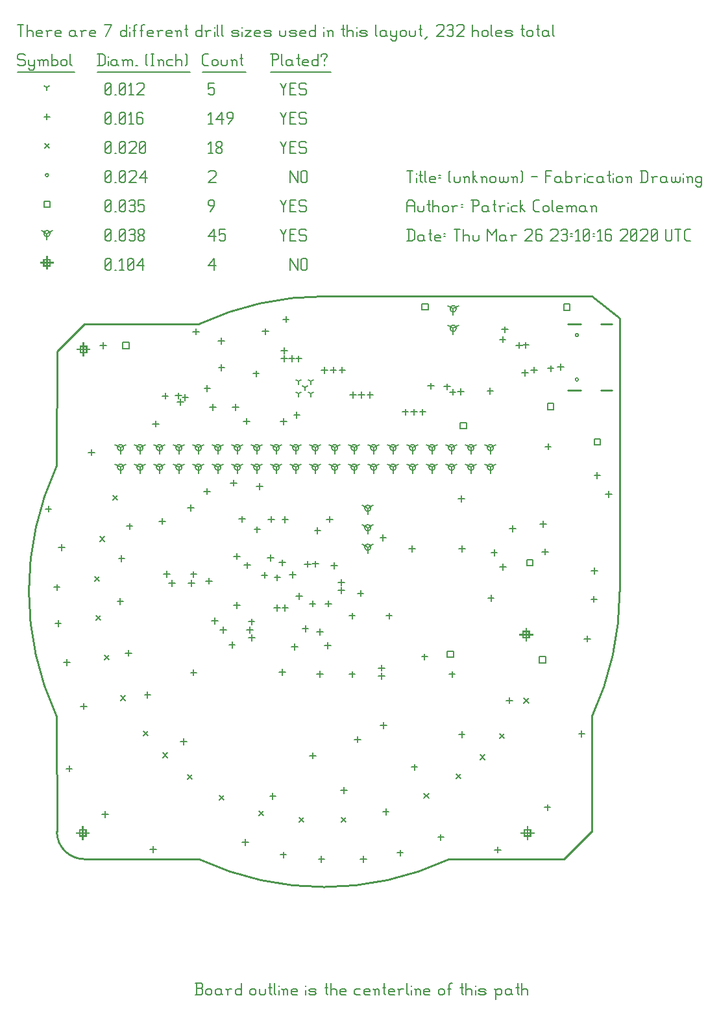
<source format=gbr>
G04 start of page 13 for group -3984 idx -3984 *
G04 Title: (unknown), fab *
G04 Creator: pcb 4.2.0 *
G04 CreationDate: Thu Mar 26 23:10:16 2020 UTC *
G04 For: blinken *
G04 Format: Gerber/RS-274X *
G04 PCB-Dimensions (mm): 90.16 90.16 *
G04 PCB-Coordinate-Origin: lower left *
%MOMM*%
%FSLAX43Y43*%
%LNFAB*%
%ADD100C,0.254*%
%ADD99C,0.191*%
%ADD98C,0.152*%
%ADD97R,0.203X0.203*%
G54D97*X8500Y19473D02*Y17847D01*
X7687Y18660D02*X9313D01*
X8094Y19066D02*X8906D01*
X8094D02*Y18254D01*
X8906D01*
Y19066D02*Y18254D01*
X66500Y19473D02*Y17847D01*
X65687Y18660D02*X67313D01*
X66094Y19066D02*X66906D01*
X66094D02*Y18254D01*
X66906D01*
Y19066D02*Y18254D01*
X66340Y45333D02*Y43707D01*
X65527Y44520D02*X67153D01*
X65934Y44926D02*X66746D01*
X65934D02*Y44114D01*
X66746D01*
Y44926D02*Y44114D01*
X8579Y82516D02*Y80890D01*
X7766Y81703D02*X9391D01*
X8172Y82110D02*X8985D01*
X8172D02*Y81297D01*
X8985D01*
Y82110D02*Y81297D01*
X3810Y93830D02*Y92205D01*
X2997Y93018D02*X4623D01*
X3404Y93424D02*X4216D01*
X3404D02*Y92611D01*
X4216D01*
Y93424D02*Y92611D01*
G54D98*X35560Y93589D02*Y92065D01*
Y93589D02*X36512Y92065D01*
Y93589D02*Y92065D01*
X36970Y93399D02*Y92256D01*
Y93399D02*X37160Y93589D01*
X37541D01*
X37732Y93399D01*
Y92256D01*
X37541Y92065D02*X37732Y92256D01*
X37160Y92065D02*X37541D01*
X36970Y92256D02*X37160Y92065D01*
X24892Y92637D02*X25654Y93589D01*
X24892Y92637D02*X25844D01*
X25654Y93589D02*Y92065D01*
X11430Y92256D02*X11620Y92065D01*
X11430Y93399D02*Y92256D01*
Y93399D02*X11620Y93589D01*
X12002D01*
X12192Y93399D01*
Y92256D01*
X12002Y92065D02*X12192Y92256D01*
X11620Y92065D02*X12002D01*
X11430Y92446D02*X12192Y93208D01*
X12649Y92065D02*X12840D01*
X13297Y93284D02*X13602Y93589D01*
Y92065D01*
X13297D02*X13868D01*
X14326Y92256D02*X14516Y92065D01*
X14326Y93399D02*Y92256D01*
Y93399D02*X14516Y93589D01*
X14897D01*
X15088Y93399D01*
Y92256D01*
X14897Y92065D02*X15088Y92256D01*
X14516Y92065D02*X14897D01*
X14326Y92446D02*X15088Y93208D01*
X15545Y92637D02*X16307Y93589D01*
X15545Y92637D02*X16497D01*
X16307Y93589D02*Y92065D01*
X13410Y66370D02*Y65557D01*
Y66370D02*X14114Y66776D01*
X13410Y66370D02*X12706Y66776D01*
X13004Y66370D02*G75*G03X13816Y66370I406J0D01*G01*
G75*G03X13004Y66370I-406J0D01*G01*
X13410Y68910D02*Y68097D01*
Y68910D02*X14114Y69316D01*
X13410Y68910D02*X12706Y69316D01*
X13004Y68910D02*G75*G03X13816Y68910I406J0D01*G01*
G75*G03X13004Y68910I-406J0D01*G01*
X15950Y66370D02*Y65557D01*
Y66370D02*X16654Y66776D01*
X15950Y66370D02*X15246Y66776D01*
X15544Y66370D02*G75*G03X16356Y66370I406J0D01*G01*
G75*G03X15544Y66370I-406J0D01*G01*
X15950Y68910D02*Y68097D01*
Y68910D02*X16654Y69316D01*
X15950Y68910D02*X15246Y69316D01*
X15544Y68910D02*G75*G03X16356Y68910I406J0D01*G01*
G75*G03X15544Y68910I-406J0D01*G01*
X18490Y66370D02*Y65557D01*
Y66370D02*X19194Y66776D01*
X18490Y66370D02*X17786Y66776D01*
X18084Y66370D02*G75*G03X18896Y66370I406J0D01*G01*
G75*G03X18084Y66370I-406J0D01*G01*
X18490Y68910D02*Y68097D01*
Y68910D02*X19194Y69316D01*
X18490Y68910D02*X17786Y69316D01*
X18084Y68910D02*G75*G03X18896Y68910I406J0D01*G01*
G75*G03X18084Y68910I-406J0D01*G01*
X21030Y66370D02*Y65557D01*
Y66370D02*X21734Y66776D01*
X21030Y66370D02*X20326Y66776D01*
X20624Y66370D02*G75*G03X21436Y66370I406J0D01*G01*
G75*G03X20624Y66370I-406J0D01*G01*
X21030Y68910D02*Y68097D01*
Y68910D02*X21734Y69316D01*
X21030Y68910D02*X20326Y69316D01*
X20624Y68910D02*G75*G03X21436Y68910I406J0D01*G01*
G75*G03X20624Y68910I-406J0D01*G01*
X23570Y66370D02*Y65557D01*
Y66370D02*X24274Y66776D01*
X23570Y66370D02*X22866Y66776D01*
X23164Y66370D02*G75*G03X23976Y66370I406J0D01*G01*
G75*G03X23164Y66370I-406J0D01*G01*
X23570Y68910D02*Y68097D01*
Y68910D02*X24274Y69316D01*
X23570Y68910D02*X22866Y69316D01*
X23164Y68910D02*G75*G03X23976Y68910I406J0D01*G01*
G75*G03X23164Y68910I-406J0D01*G01*
X26110Y66370D02*Y65557D01*
Y66370D02*X26814Y66776D01*
X26110Y66370D02*X25406Y66776D01*
X25704Y66370D02*G75*G03X26516Y66370I406J0D01*G01*
G75*G03X25704Y66370I-406J0D01*G01*
X26110Y68910D02*Y68097D01*
Y68910D02*X26814Y69316D01*
X26110Y68910D02*X25406Y69316D01*
X25704Y68910D02*G75*G03X26516Y68910I406J0D01*G01*
G75*G03X25704Y68910I-406J0D01*G01*
X28650Y66370D02*Y65557D01*
Y66370D02*X29354Y66776D01*
X28650Y66370D02*X27946Y66776D01*
X28244Y66370D02*G75*G03X29056Y66370I406J0D01*G01*
G75*G03X28244Y66370I-406J0D01*G01*
X28650Y68910D02*Y68097D01*
Y68910D02*X29354Y69316D01*
X28650Y68910D02*X27946Y69316D01*
X28244Y68910D02*G75*G03X29056Y68910I406J0D01*G01*
G75*G03X28244Y68910I-406J0D01*G01*
X31190Y66370D02*Y65557D01*
Y66370D02*X31894Y66776D01*
X31190Y66370D02*X30486Y66776D01*
X30784Y66370D02*G75*G03X31596Y66370I406J0D01*G01*
G75*G03X30784Y66370I-406J0D01*G01*
X31190Y68910D02*Y68097D01*
Y68910D02*X31894Y69316D01*
X31190Y68910D02*X30486Y69316D01*
X30784Y68910D02*G75*G03X31596Y68910I406J0D01*G01*
G75*G03X30784Y68910I-406J0D01*G01*
X33730Y66370D02*Y65557D01*
Y66370D02*X34434Y66776D01*
X33730Y66370D02*X33026Y66776D01*
X33324Y66370D02*G75*G03X34136Y66370I406J0D01*G01*
G75*G03X33324Y66370I-406J0D01*G01*
X33730Y68910D02*Y68097D01*
Y68910D02*X34434Y69316D01*
X33730Y68910D02*X33026Y69316D01*
X33324Y68910D02*G75*G03X34136Y68910I406J0D01*G01*
G75*G03X33324Y68910I-406J0D01*G01*
X36270Y66370D02*Y65557D01*
Y66370D02*X36974Y66776D01*
X36270Y66370D02*X35566Y66776D01*
X35864Y66370D02*G75*G03X36676Y66370I406J0D01*G01*
G75*G03X35864Y66370I-406J0D01*G01*
X36270Y68910D02*Y68097D01*
Y68910D02*X36974Y69316D01*
X36270Y68910D02*X35566Y69316D01*
X35864Y68910D02*G75*G03X36676Y68910I406J0D01*G01*
G75*G03X35864Y68910I-406J0D01*G01*
X38810Y66370D02*Y65557D01*
Y66370D02*X39514Y66776D01*
X38810Y66370D02*X38106Y66776D01*
X38404Y66370D02*G75*G03X39216Y66370I406J0D01*G01*
G75*G03X38404Y66370I-406J0D01*G01*
X38810Y68910D02*Y68097D01*
Y68910D02*X39514Y69316D01*
X38810Y68910D02*X38106Y69316D01*
X38404Y68910D02*G75*G03X39216Y68910I406J0D01*G01*
G75*G03X38404Y68910I-406J0D01*G01*
X41350Y66370D02*Y65557D01*
Y66370D02*X42054Y66776D01*
X41350Y66370D02*X40646Y66776D01*
X40944Y66370D02*G75*G03X41756Y66370I406J0D01*G01*
G75*G03X40944Y66370I-406J0D01*G01*
X41350Y68910D02*Y68097D01*
Y68910D02*X42054Y69316D01*
X41350Y68910D02*X40646Y69316D01*
X40944Y68910D02*G75*G03X41756Y68910I406J0D01*G01*
G75*G03X40944Y68910I-406J0D01*G01*
X43890Y66370D02*Y65557D01*
Y66370D02*X44594Y66776D01*
X43890Y66370D02*X43186Y66776D01*
X43484Y66370D02*G75*G03X44296Y66370I406J0D01*G01*
G75*G03X43484Y66370I-406J0D01*G01*
X43890Y68910D02*Y68097D01*
Y68910D02*X44594Y69316D01*
X43890Y68910D02*X43186Y69316D01*
X43484Y68910D02*G75*G03X44296Y68910I406J0D01*G01*
G75*G03X43484Y68910I-406J0D01*G01*
X46430Y66370D02*Y65557D01*
Y66370D02*X47134Y66776D01*
X46430Y66370D02*X45726Y66776D01*
X46024Y66370D02*G75*G03X46836Y66370I406J0D01*G01*
G75*G03X46024Y66370I-406J0D01*G01*
X46430Y68910D02*Y68097D01*
Y68910D02*X47134Y69316D01*
X46430Y68910D02*X45726Y69316D01*
X46024Y68910D02*G75*G03X46836Y68910I406J0D01*G01*
G75*G03X46024Y68910I-406J0D01*G01*
X48970Y66370D02*Y65557D01*
Y66370D02*X49674Y66776D01*
X48970Y66370D02*X48266Y66776D01*
X48564Y66370D02*G75*G03X49376Y66370I406J0D01*G01*
G75*G03X48564Y66370I-406J0D01*G01*
X48970Y68910D02*Y68097D01*
Y68910D02*X49674Y69316D01*
X48970Y68910D02*X48266Y69316D01*
X48564Y68910D02*G75*G03X49376Y68910I406J0D01*G01*
G75*G03X48564Y68910I-406J0D01*G01*
X51510Y66370D02*Y65557D01*
Y66370D02*X52214Y66776D01*
X51510Y66370D02*X50806Y66776D01*
X51104Y66370D02*G75*G03X51916Y66370I406J0D01*G01*
G75*G03X51104Y66370I-406J0D01*G01*
X51510Y68910D02*Y68097D01*
Y68910D02*X52214Y69316D01*
X51510Y68910D02*X50806Y69316D01*
X51104Y68910D02*G75*G03X51916Y68910I406J0D01*G01*
G75*G03X51104Y68910I-406J0D01*G01*
X54050Y66370D02*Y65557D01*
Y66370D02*X54754Y66776D01*
X54050Y66370D02*X53346Y66776D01*
X53644Y66370D02*G75*G03X54456Y66370I406J0D01*G01*
G75*G03X53644Y66370I-406J0D01*G01*
X54050Y68910D02*Y68097D01*
Y68910D02*X54754Y69316D01*
X54050Y68910D02*X53346Y69316D01*
X53644Y68910D02*G75*G03X54456Y68910I406J0D01*G01*
G75*G03X53644Y68910I-406J0D01*G01*
X56590Y66370D02*Y65557D01*
Y66370D02*X57294Y66776D01*
X56590Y66370D02*X55886Y66776D01*
X56184Y66370D02*G75*G03X56996Y66370I406J0D01*G01*
G75*G03X56184Y66370I-406J0D01*G01*
X56590Y68910D02*Y68097D01*
Y68910D02*X57294Y69316D01*
X56590Y68910D02*X55886Y69316D01*
X56184Y68910D02*G75*G03X56996Y68910I406J0D01*G01*
G75*G03X56184Y68910I-406J0D01*G01*
X59130Y66370D02*Y65557D01*
Y66370D02*X59834Y66776D01*
X59130Y66370D02*X58426Y66776D01*
X58724Y66370D02*G75*G03X59536Y66370I406J0D01*G01*
G75*G03X58724Y66370I-406J0D01*G01*
X59130Y68910D02*Y68097D01*
Y68910D02*X59834Y69316D01*
X59130Y68910D02*X58426Y69316D01*
X58724Y68910D02*G75*G03X59536Y68910I406J0D01*G01*
G75*G03X58724Y68910I-406J0D01*G01*
X61670Y66370D02*Y65557D01*
Y66370D02*X62374Y66776D01*
X61670Y66370D02*X60966Y66776D01*
X61264Y66370D02*G75*G03X62076Y66370I406J0D01*G01*
G75*G03X61264Y66370I-406J0D01*G01*
X61670Y68910D02*Y68097D01*
Y68910D02*X62374Y69316D01*
X61670Y68910D02*X60966Y69316D01*
X61264Y68910D02*G75*G03X62076Y68910I406J0D01*G01*
G75*G03X61264Y68910I-406J0D01*G01*
X45664Y61010D02*Y60197D01*
Y61010D02*X46368Y61416D01*
X45664Y61010D02*X44960Y61416D01*
X45258Y61010D02*G75*G03X46070Y61010I406J0D01*G01*
G75*G03X45258Y61010I-406J0D01*G01*
X45664Y58470D02*Y57657D01*
Y58470D02*X46368Y58876D01*
X45664Y58470D02*X44960Y58876D01*
X45258Y58470D02*G75*G03X46070Y58470I406J0D01*G01*
G75*G03X45258Y58470I-406J0D01*G01*
X45664Y55930D02*Y55117D01*
Y55930D02*X46368Y56336D01*
X45664Y55930D02*X44960Y56336D01*
X45258Y55930D02*G75*G03X46070Y55930I406J0D01*G01*
G75*G03X45258Y55930I-406J0D01*G01*
X56818Y87020D02*Y86207D01*
Y87020D02*X57522Y87426D01*
X56818Y87020D02*X56114Y87426D01*
X56412Y87020D02*G75*G03X57224Y87020I406J0D01*G01*
G75*G03X56412Y87020I-406J0D01*G01*
X56818Y84480D02*Y83667D01*
Y84480D02*X57522Y84886D01*
X56818Y84480D02*X56114Y84886D01*
X56412Y84480D02*G75*G03X57224Y84480I406J0D01*G01*
G75*G03X56412Y84480I-406J0D01*G01*
X3810Y96828D02*Y96015D01*
Y96828D02*X4514Y97234D01*
X3810Y96828D02*X3106Y97234D01*
X3404Y96828D02*G75*G03X4216Y96828I406J0D01*G01*
G75*G03X3404Y96828I-406J0D01*G01*
X34290Y97399D02*X34671Y96637D01*
X35052Y97399D01*
X34671Y96637D02*Y95875D01*
X35509Y96713D02*X36081D01*
X35509Y95875D02*X36271D01*
X35509Y97399D02*Y95875D01*
Y97399D02*X36271D01*
X37490D02*X37681Y97209D01*
X36919Y97399D02*X37490D01*
X36728Y97209D02*X36919Y97399D01*
X36728Y97209D02*Y96828D01*
X36919Y96637D01*
X37490D01*
X37681Y96447D01*
Y96066D01*
X37490Y95875D02*X37681Y96066D01*
X36919Y95875D02*X37490D01*
X36728Y96066D02*X36919Y95875D01*
X24892Y96447D02*X25654Y97399D01*
X24892Y96447D02*X25844D01*
X25654Y97399D02*Y95875D01*
X26302Y97399D02*X27064D01*
X26302D02*Y96637D01*
X26492Y96828D01*
X26873D01*
X27064Y96637D01*
Y96066D01*
X26873Y95875D02*X27064Y96066D01*
X26492Y95875D02*X26873D01*
X26302Y96066D02*X26492Y95875D01*
X11430Y96066D02*X11620Y95875D01*
X11430Y97209D02*Y96066D01*
Y97209D02*X11620Y97399D01*
X12002D01*
X12192Y97209D01*
Y96066D01*
X12002Y95875D02*X12192Y96066D01*
X11620Y95875D02*X12002D01*
X11430Y96256D02*X12192Y97018D01*
X12649Y95875D02*X12840D01*
X13297Y96066D02*X13487Y95875D01*
X13297Y97209D02*Y96066D01*
Y97209D02*X13487Y97399D01*
X13868D01*
X14059Y97209D01*
Y96066D01*
X13868Y95875D02*X14059Y96066D01*
X13487Y95875D02*X13868D01*
X13297Y96256D02*X14059Y97018D01*
X14516Y97209D02*X14707Y97399D01*
X15088D01*
X15278Y97209D01*
X15088Y95875D02*X15278Y96066D01*
X14707Y95875D02*X15088D01*
X14516Y96066D02*X14707Y95875D01*
Y96713D02*X15088D01*
X15278Y97209D02*Y96904D01*
Y96523D02*Y96066D01*
Y96523D02*X15088Y96713D01*
X15278Y96904D02*X15088Y96713D01*
X15735Y96066D02*X15926Y95875D01*
X15735Y96370D02*Y96066D01*
Y96370D02*X16002Y96637D01*
X16231D01*
X16497Y96370D01*
Y96066D01*
X16307Y95875D02*X16497Y96066D01*
X15926Y95875D02*X16307D01*
X15735Y96904D02*X16002Y96637D01*
X15735Y97209D02*Y96904D01*
Y97209D02*X15926Y97399D01*
X16307D01*
X16497Y97209D01*
Y96904D01*
X16231Y96637D02*X16497Y96904D01*
X75204Y70068D02*X76016D01*
X75204D02*Y69255D01*
X76016D01*
Y70068D02*Y69255D01*
X13694Y82666D02*X14506D01*
X13694D02*Y81854D01*
X14506D01*
Y82666D02*Y81854D01*
X69134Y74706D02*X69946D01*
X69134D02*Y73894D01*
X69946D01*
Y74706D02*Y73894D01*
X68064Y41676D02*X68876D01*
X68064D02*Y40864D01*
X68876D01*
Y41676D02*Y40864D01*
X52762Y87688D02*X53575D01*
X52762D02*Y86875D01*
X53575D01*
Y87688D02*Y86875D01*
X57739Y72172D02*X58552D01*
X57739D02*Y71359D01*
X58552D01*
Y72172D02*Y71359D01*
X56040Y42376D02*X56853D01*
X56040D02*Y41563D01*
X56853D01*
Y42376D02*Y41563D01*
X71248Y87638D02*X72061D01*
X71248D02*Y86825D01*
X72061D01*
Y87638D02*Y86825D01*
X66420Y54321D02*X67233D01*
X66420D02*Y53508D01*
X67233D01*
Y54321D02*Y53508D01*
X3404Y101044D02*X4216D01*
X3404D02*Y100231D01*
X4216D01*
Y101044D02*Y100231D01*
X34290Y101209D02*X34671Y100447D01*
X35052Y101209D01*
X34671Y100447D02*Y99685D01*
X35509Y100523D02*X36081D01*
X35509Y99685D02*X36271D01*
X35509Y101209D02*Y99685D01*
Y101209D02*X36271D01*
X37490D02*X37681Y101019D01*
X36919Y101209D02*X37490D01*
X36728Y101019D02*X36919Y101209D01*
X36728Y101019D02*Y100638D01*
X36919Y100447D01*
X37490D01*
X37681Y100257D01*
Y99876D01*
X37490Y99685D02*X37681Y99876D01*
X36919Y99685D02*X37490D01*
X36728Y99876D02*X36919Y99685D01*
X25082D02*X25654Y100447D01*
Y101019D02*Y100447D01*
X25464Y101209D02*X25654Y101019D01*
X25082Y101209D02*X25464D01*
X24892Y101019D02*X25082Y101209D01*
X24892Y101019D02*Y100638D01*
X25082Y100447D01*
X25654D01*
X11430Y99876D02*X11620Y99685D01*
X11430Y101019D02*Y99876D01*
Y101019D02*X11620Y101209D01*
X12002D01*
X12192Y101019D01*
Y99876D01*
X12002Y99685D02*X12192Y99876D01*
X11620Y99685D02*X12002D01*
X11430Y100066D02*X12192Y100828D01*
X12649Y99685D02*X12840D01*
X13297Y99876D02*X13487Y99685D01*
X13297Y101019D02*Y99876D01*
Y101019D02*X13487Y101209D01*
X13868D01*
X14059Y101019D01*
Y99876D01*
X13868Y99685D02*X14059Y99876D01*
X13487Y99685D02*X13868D01*
X13297Y100066D02*X14059Y100828D01*
X14516Y101019D02*X14707Y101209D01*
X15088D01*
X15278Y101019D01*
X15088Y99685D02*X15278Y99876D01*
X14707Y99685D02*X15088D01*
X14516Y99876D02*X14707Y99685D01*
Y100523D02*X15088D01*
X15278Y101019D02*Y100714D01*
Y100333D02*Y99876D01*
Y100333D02*X15088Y100523D01*
X15278Y100714D02*X15088Y100523D01*
X15735Y101209D02*X16497D01*
X15735D02*Y100447D01*
X15926Y100638D01*
X16307D01*
X16497Y100447D01*
Y99876D01*
X16307Y99685D02*X16497Y99876D01*
X15926Y99685D02*X16307D01*
X15735Y99876D02*X15926Y99685D01*
X72747Y77790D02*G75*G03X73153Y77790I203J0D01*G01*
G75*G03X72747Y77790I-203J0D01*G01*
Y83570D02*G75*G03X73153Y83570I203J0D01*G01*
G75*G03X72747Y83570I-203J0D01*G01*
X3607Y104448D02*G75*G03X4013Y104448I203J0D01*G01*
G75*G03X3607Y104448I-203J0D01*G01*
X35560Y105019D02*Y103495D01*
Y105019D02*X36512Y103495D01*
Y105019D02*Y103495D01*
X36970Y104829D02*Y103686D01*
Y104829D02*X37160Y105019D01*
X37541D01*
X37732Y104829D01*
Y103686D01*
X37541Y103495D02*X37732Y103686D01*
X37160Y103495D02*X37541D01*
X36970Y103686D02*X37160Y103495D01*
X24892Y104829D02*X25082Y105019D01*
X25654D01*
X25844Y104829D01*
Y104448D01*
X24892Y103495D02*X25844Y104448D01*
X24892Y103495D02*X25844D01*
X11430Y103686D02*X11620Y103495D01*
X11430Y104829D02*Y103686D01*
Y104829D02*X11620Y105019D01*
X12002D01*
X12192Y104829D01*
Y103686D01*
X12002Y103495D02*X12192Y103686D01*
X11620Y103495D02*X12002D01*
X11430Y103876D02*X12192Y104638D01*
X12649Y103495D02*X12840D01*
X13297Y103686D02*X13487Y103495D01*
X13297Y104829D02*Y103686D01*
Y104829D02*X13487Y105019D01*
X13868D01*
X14059Y104829D01*
Y103686D01*
X13868Y103495D02*X14059Y103686D01*
X13487Y103495D02*X13868D01*
X13297Y103876D02*X14059Y104638D01*
X14516Y104829D02*X14707Y105019D01*
X15278D01*
X15469Y104829D01*
Y104448D01*
X14516Y103495D02*X15469Y104448D01*
X14516Y103495D02*X15469D01*
X15926Y104067D02*X16688Y105019D01*
X15926Y104067D02*X16878D01*
X16688Y105019D02*Y103495D01*
X66040Y36236D02*X66650Y35626D01*
X66040D02*X66650Y36236D01*
X62890Y31613D02*X63500Y31004D01*
X62890D02*X63500Y31613D01*
X60300Y28870D02*X60909Y28260D01*
X60300D02*X60909Y28870D01*
X57226Y26355D02*X57836Y25746D01*
X57226D02*X57836Y26355D01*
X53010Y23815D02*X53619Y23206D01*
X53010D02*X53619Y23815D01*
X42215Y20716D02*X42824Y20107D01*
X42215D02*X42824Y20716D01*
X36728Y20666D02*X37338Y20056D01*
X36728D02*X37338Y20666D01*
X31495Y21565D02*X32105Y20955D01*
X31495D02*X32105Y21565D01*
X26314Y23587D02*X26924Y22977D01*
X26314D02*X26924Y23587D01*
X22123Y26279D02*X22733Y25670D01*
X22123D02*X22733Y26279D01*
X18898Y29124D02*X19507Y28514D01*
X18898D02*X19507Y29124D01*
X16383Y31969D02*X16993Y31359D01*
X16383D02*X16993Y31969D01*
X13437Y36566D02*X14046Y35956D01*
X13437D02*X14046Y36566D01*
X11303Y41849D02*X11913Y41240D01*
X11303D02*X11913Y41849D01*
X10236Y47031D02*X10846Y46421D01*
X10236D02*X10846Y47031D01*
X10008Y52086D02*X10617Y51476D01*
X10008D02*X10617Y52086D01*
X10719Y57318D02*X11328Y56708D01*
X10719D02*X11328Y57318D01*
X12395Y62665D02*X13005Y62055D01*
X12395D02*X13005Y62665D01*
X3505Y108562D02*X4115Y107953D01*
X3505D02*X4115Y108562D01*
X34290Y108829D02*X34671Y108067D01*
X35052Y108829D01*
X34671Y108067D02*Y107305D01*
X35509Y108143D02*X36081D01*
X35509Y107305D02*X36271D01*
X35509Y108829D02*Y107305D01*
Y108829D02*X36271D01*
X37490D02*X37681Y108639D01*
X36919Y108829D02*X37490D01*
X36728Y108639D02*X36919Y108829D01*
X36728Y108639D02*Y108258D01*
X36919Y108067D01*
X37490D01*
X37681Y107877D01*
Y107496D01*
X37490Y107305D02*X37681Y107496D01*
X36919Y107305D02*X37490D01*
X36728Y107496D02*X36919Y107305D01*
X24892Y108524D02*X25197Y108829D01*
Y107305D01*
X24892D02*X25464D01*
X25921Y107496D02*X26111Y107305D01*
X25921Y107800D02*Y107496D01*
Y107800D02*X26187Y108067D01*
X26416D01*
X26683Y107800D01*
Y107496D01*
X26492Y107305D02*X26683Y107496D01*
X26111Y107305D02*X26492D01*
X25921Y108334D02*X26187Y108067D01*
X25921Y108639D02*Y108334D01*
Y108639D02*X26111Y108829D01*
X26492D01*
X26683Y108639D01*
Y108334D01*
X26416Y108067D02*X26683Y108334D01*
X11430Y107496D02*X11620Y107305D01*
X11430Y108639D02*Y107496D01*
Y108639D02*X11620Y108829D01*
X12002D01*
X12192Y108639D01*
Y107496D01*
X12002Y107305D02*X12192Y107496D01*
X11620Y107305D02*X12002D01*
X11430Y107686D02*X12192Y108448D01*
X12649Y107305D02*X12840D01*
X13297Y107496D02*X13487Y107305D01*
X13297Y108639D02*Y107496D01*
Y108639D02*X13487Y108829D01*
X13868D01*
X14059Y108639D01*
Y107496D01*
X13868Y107305D02*X14059Y107496D01*
X13487Y107305D02*X13868D01*
X13297Y107686D02*X14059Y108448D01*
X14516Y108639D02*X14707Y108829D01*
X15278D01*
X15469Y108639D01*
Y108258D01*
X14516Y107305D02*X15469Y108258D01*
X14516Y107305D02*X15469D01*
X15926Y107496D02*X16116Y107305D01*
X15926Y108639D02*Y107496D01*
Y108639D02*X16116Y108829D01*
X16497D01*
X16688Y108639D01*
Y107496D01*
X16497Y107305D02*X16688Y107496D01*
X16116Y107305D02*X16497D01*
X15926Y107686D02*X16688Y108448D01*
X25444Y74613D02*Y73800D01*
X25038Y74207D02*X25850D01*
X40701Y59990D02*Y59178D01*
X40294Y59584D02*X41107D01*
X34895Y59959D02*Y59146D01*
X34488Y59552D02*X35301D01*
X33085Y59993D02*Y59180D01*
X32678Y59587D02*X33491D01*
X29289Y59997D02*Y59184D01*
X28883Y59591D02*X29696D01*
X52840Y73976D02*Y73164D01*
X52434Y73570D02*X53246D01*
X51700Y73976D02*Y73164D01*
X51294Y73570D02*X52106D01*
X28444Y74613D02*Y73800D01*
X28037Y74207D02*X28850D01*
X28610Y48766D02*Y47954D01*
X28204Y48360D02*X29016D01*
X24720Y63626D02*Y62814D01*
X24314Y63220D02*X25126D01*
X38492Y29163D02*Y28350D01*
X38086Y28757D02*X38898D01*
X57800Y76606D02*Y75794D01*
X57394Y76200D02*X58206D01*
X56750Y76586D02*Y75774D01*
X56344Y76180D02*X57156D01*
X56020Y77276D02*Y76464D01*
X55614Y76870D02*X56426D01*
X22590Y61496D02*Y60684D01*
X22184Y61090D02*X22996D01*
X47450Y39536D02*Y38724D01*
X47044Y39130D02*X47856D01*
X43632Y47385D02*Y46572D01*
X43226Y46979D02*X44039D01*
X43632Y39765D02*Y38952D01*
X43226Y39359D02*X44039D01*
X39440Y45316D02*Y44504D01*
X39034Y44910D02*X39846D01*
X57900Y62646D02*Y61834D01*
X57494Y62240D02*X58306D01*
X63580Y84726D02*Y83914D01*
X63174Y84320D02*X63986D01*
X36410Y73586D02*Y72774D01*
X36004Y73180D02*X36816D01*
X42550Y24626D02*Y23814D01*
X42144Y24220D02*X42956D01*
X21670Y30986D02*Y30174D01*
X21264Y30580D02*X22076D01*
X33290Y23866D02*Y23054D01*
X32884Y23460D02*X33696D01*
X48460Y47386D02*Y46574D01*
X48054Y46980D02*X48866D01*
X50570Y73966D02*Y73154D01*
X50164Y73560D02*X50976D01*
X39410Y39776D02*Y38964D01*
X39004Y39370D02*X39816D01*
X70840Y79846D02*Y79034D01*
X70434Y79440D02*X71246D01*
X69530Y79646D02*Y78834D01*
X69124Y79240D02*X69936D01*
X4000Y61346D02*Y60534D01*
X3594Y60940D02*X4406D01*
X5750Y56326D02*Y55514D01*
X5344Y55920D02*X6156D01*
X5100Y51116D02*Y50304D01*
X4694Y50710D02*X5506D01*
X5280Y46426D02*Y45614D01*
X4874Y46020D02*X5686D01*
X6390Y41346D02*Y40534D01*
X5984Y40940D02*X6796D01*
X8600Y35596D02*Y34784D01*
X8194Y35190D02*X9006D01*
X34660Y16227D02*Y15414D01*
X34254Y15820D02*X35066D01*
X39640Y15656D02*Y14844D01*
X39234Y15250D02*X40046D01*
X48030Y21836D02*Y21024D01*
X47624Y21430D02*X48436D01*
X9620Y68706D02*Y67894D01*
X9214Y68300D02*X10026D01*
X56670Y39766D02*Y38954D01*
X56264Y39360D02*X57076D01*
X69120Y22406D02*Y21594D01*
X68714Y22000D02*X69526D01*
X62640Y16896D02*Y16084D01*
X62234Y16490D02*X63046D01*
X55210Y18516D02*Y17704D01*
X54804Y18110D02*X55616D01*
X49890Y16486D02*Y15674D01*
X49484Y16080D02*X50296D01*
X45090Y15656D02*Y14844D01*
X44684Y15250D02*X45496D01*
X29670Y17856D02*Y17044D01*
X29264Y17450D02*X30076D01*
X17690Y16926D02*Y16114D01*
X17284Y16520D02*X18096D01*
X11390Y21536D02*Y20724D01*
X10984Y21130D02*X11796D01*
X6720Y27476D02*Y26664D01*
X6314Y27070D02*X7126D01*
X32320Y84476D02*Y83664D01*
X31914Y84070D02*X32726D01*
X75220Y53276D02*Y52464D01*
X74814Y52870D02*X75626D01*
X75200Y49566D02*Y48754D01*
X74794Y49160D02*X75606D01*
X74310Y44406D02*Y43594D01*
X73904Y44000D02*X74716D01*
X73590Y32026D02*Y31214D01*
X73184Y31620D02*X73996D01*
X44350Y31276D02*Y30464D01*
X43944Y30870D02*X44756D01*
X66300Y82686D02*Y81874D01*
X65894Y82280D02*X66706D01*
X67381Y79452D02*Y78639D01*
X66974Y79046D02*X67787D01*
X63271Y83442D02*Y82629D01*
X62865Y83035D02*X63678D01*
X66197Y79085D02*Y78272D01*
X65791Y78679D02*X66604D01*
X24939Y51946D02*Y51133D01*
X24532Y51539D02*X25345D01*
X18858Y59731D02*Y58918D01*
X18452Y59324D02*X19264D01*
X26536Y83247D02*Y82434D01*
X26130Y82841D02*X26942D01*
X23240Y84449D02*Y83636D01*
X22833Y84043D02*X23646D01*
X11155Y82626D02*Y81813D01*
X10749Y82220D02*X11562D01*
X45983Y76194D02*Y75381D01*
X45577Y75788D02*X46390D01*
X44860Y76190D02*Y75377D01*
X44453Y75783D02*X45266D01*
X43745Y76192D02*Y75379D01*
X43338Y75786D02*X44151D01*
X31091Y78975D02*Y78162D01*
X30685Y78568D02*X31498D01*
X26590Y79776D02*Y78964D01*
X26184Y79370D02*X26996D01*
X21853Y75868D02*Y75056D01*
X21446Y75462D02*X22259D01*
X21219Y75259D02*Y74447D01*
X20813Y74853D02*X21626D01*
X24733Y77056D02*Y76243D01*
X24327Y76649D02*X25139D01*
X17986Y72435D02*Y71622D01*
X17580Y72029D02*X18393D01*
X20992Y76089D02*Y75276D01*
X20585Y75683D02*X21398D01*
X34667Y72754D02*Y71941D01*
X34261Y72347D02*X35074D01*
X29869Y72774D02*Y71962D01*
X29462Y72368D02*X30275D01*
X35759Y80936D02*Y80124D01*
X35353Y80530D02*X36166D01*
X34780Y81942D02*Y81130D01*
X34373Y81536D02*X35186D01*
X34780Y80936D02*Y80124D01*
X34373Y80530D02*X35186D01*
X41165Y79464D02*Y78651D01*
X40758Y79058D02*X41571D01*
X42340Y79464D02*Y78651D01*
X41934Y79058D02*X42747D01*
X36673Y80913D02*Y80100D01*
X36266Y80507D02*X37079D01*
X40034Y79447D02*Y78635D01*
X39628Y79041D02*X40441D01*
X26822Y45581D02*Y44768D01*
X26416Y45174D02*X27229D01*
X25715Y46738D02*Y45925D01*
X25309Y46332D02*X26122D01*
X33838Y48459D02*Y47646D01*
X33432Y48052D02*X34245D01*
X37534Y45751D02*Y44938D01*
X37127Y45345D02*X37940D01*
X34897Y48440D02*Y47627D01*
X34490Y48033D02*X35303D01*
X47470Y40596D02*Y39784D01*
X47064Y40190D02*X47876D01*
X14449Y42547D02*Y41734D01*
X14043Y42141D02*X14855D01*
X13384Y49306D02*Y48493D01*
X12978Y48899D02*X13791D01*
X13547Y54880D02*Y54067D01*
X13141Y54473D02*X13953D01*
X14596Y59074D02*Y58261D01*
X14189Y58668D02*X15002D01*
X40438Y43540D02*Y42728D01*
X40031Y43134D02*X40844D01*
X16940Y37107D02*Y36295D01*
X16533Y36701D02*X17346D01*
X47677Y57560D02*Y56747D01*
X47271Y57153D02*X48084D01*
X51455Y56159D02*Y55346D01*
X51049Y55752D02*X51862D01*
X57983Y56159D02*Y55346D01*
X57576Y55752D02*X58389D01*
X36112Y43351D02*Y42538D01*
X35705Y42945D02*X36518D01*
X20136Y51640D02*Y50827D01*
X19730Y51233D02*X20543D01*
X22676Y51664D02*Y50851D01*
X22269Y51257D02*X23082D01*
X19444Y52824D02*Y52012D01*
X19037Y52418D02*X19850D01*
X22946Y52808D02*Y51996D01*
X22539Y52402D02*X23352D01*
X30523Y44531D02*Y43718D01*
X30117Y44124D02*X30930D01*
X30509Y46623D02*Y45810D01*
X30103Y46217D02*X30916D01*
X27970Y43636D02*Y42823D01*
X27564Y43230D02*X28377D01*
X42227Y51733D02*Y50920D01*
X41821Y51326D02*X42633D01*
X42227Y50699D02*Y49886D01*
X41821Y50293D02*X42633D01*
X38461Y48977D02*Y48164D01*
X38055Y48571D02*X38868D01*
X35862Y52732D02*Y51920D01*
X35455Y52326D02*X36268D01*
X38823Y54153D02*Y53340D01*
X38416Y53746D02*X39229D01*
X37809Y54136D02*Y53323D01*
X37403Y53729D02*X38216D01*
X33870Y52381D02*Y51568D01*
X33464Y51974D02*X34276D01*
X32201Y52700D02*Y51887D01*
X31794Y52294D02*X32607D01*
X34542Y54333D02*Y53521D01*
X34136Y53927D02*X34948D01*
X28144Y64720D02*Y63907D01*
X27737Y64313D02*X28550D01*
X29933Y53998D02*Y53185D01*
X29526Y53591D02*X30339D01*
X28609Y55162D02*Y54349D01*
X28203Y54756D02*X29016D01*
X31252Y58643D02*Y57830D01*
X30845Y58237D02*X31658D01*
X31545Y64264D02*Y63451D01*
X31139Y63857D02*X31952D01*
X41297Y53946D02*Y53133D01*
X40891Y53539D02*X41704D01*
X44736Y50338D02*Y49526D01*
X44330Y49932D02*X45143D01*
X39116Y58496D02*Y57684D01*
X38710Y58090D02*X39522D01*
X40518Y48980D02*Y48167D01*
X40112Y48573D02*X40925D01*
X19250Y76066D02*Y75254D01*
X18844Y75660D02*X19656D01*
X35000Y86066D02*Y85254D01*
X34594Y85660D02*X35406D01*
X33000Y54966D02*Y54154D01*
X32594Y54560D02*X33406D01*
X36700Y49966D02*Y49154D01*
X36294Y49560D02*X37106D01*
X30300Y45566D02*Y44754D01*
X29894Y45160D02*X30706D01*
X64564Y58777D02*Y57964D01*
X64157Y58370D02*X64970D01*
X57936Y31951D02*Y31139D01*
X57530Y31545D02*X58342D01*
X51750Y27659D02*Y26846D01*
X51344Y27253D02*X52157D01*
X22951Y40011D02*Y39198D01*
X22544Y39604D02*X23357D01*
X34519Y40058D02*Y39245D01*
X34113Y39651D02*X34926D01*
X53095Y42054D02*Y41241D01*
X52688Y41647D02*X53501D01*
X61748Y49719D02*Y48906D01*
X61341Y49312D02*X62154D01*
X64146Y36363D02*Y35550D01*
X63740Y35957D02*X64552D01*
X62165Y55627D02*Y54814D01*
X61758Y55220D02*X62571D01*
X63294Y53784D02*Y52971D01*
X62888Y53377D02*X63701D01*
X47724Y33087D02*Y32274D01*
X47318Y32681D02*X48131D01*
X61638Y76701D02*Y75888D01*
X61231Y76294D02*X62044D01*
X69190Y69475D02*Y68663D01*
X68783Y69069D02*X69596D01*
X77114Y63251D02*Y62438D01*
X76708Y62844D02*X77521D01*
X75610Y65716D02*Y64904D01*
X75204Y65310D02*X76016D01*
X53908Y77351D02*Y76539D01*
X53502Y76945D02*X54315D01*
X65411Y82681D02*Y81869D01*
X65004Y82275D02*X65817D01*
X68830Y55760D02*Y54947D01*
X68423Y55354D02*X69236D01*
X68562Y59379D02*Y58566D01*
X68155Y58973D02*X68968D01*
X3810Y112474D02*Y111661D01*
X3404Y112068D02*X4216D01*
X34290Y112639D02*X34671Y111877D01*
X35052Y112639D01*
X34671Y111877D02*Y111115D01*
X35509Y111953D02*X36081D01*
X35509Y111115D02*X36271D01*
X35509Y112639D02*Y111115D01*
Y112639D02*X36271D01*
X37490D02*X37681Y112449D01*
X36919Y112639D02*X37490D01*
X36728Y112449D02*X36919Y112639D01*
X36728Y112449D02*Y112068D01*
X36919Y111877D01*
X37490D01*
X37681Y111687D01*
Y111306D01*
X37490Y111115D02*X37681Y111306D01*
X36919Y111115D02*X37490D01*
X36728Y111306D02*X36919Y111115D01*
X24892Y112334D02*X25197Y112639D01*
Y111115D01*
X24892D02*X25464D01*
X25921Y111687D02*X26683Y112639D01*
X25921Y111687D02*X26873D01*
X26683Y112639D02*Y111115D01*
X27521D02*X28092Y111877D01*
Y112449D02*Y111877D01*
X27902Y112639D02*X28092Y112449D01*
X27521Y112639D02*X27902D01*
X27330Y112449D02*X27521Y112639D01*
X27330Y112449D02*Y112068D01*
X27521Y111877D01*
X28092D01*
X11430Y111306D02*X11620Y111115D01*
X11430Y112449D02*Y111306D01*
Y112449D02*X11620Y112639D01*
X12002D01*
X12192Y112449D01*
Y111306D01*
X12002Y111115D02*X12192Y111306D01*
X11620Y111115D02*X12002D01*
X11430Y111496D02*X12192Y112258D01*
X12649Y111115D02*X12840D01*
X13297Y111306D02*X13487Y111115D01*
X13297Y112449D02*Y111306D01*
Y112449D02*X13487Y112639D01*
X13868D01*
X14059Y112449D01*
Y111306D01*
X13868Y111115D02*X14059Y111306D01*
X13487Y111115D02*X13868D01*
X13297Y111496D02*X14059Y112258D01*
X14516Y112334D02*X14821Y112639D01*
Y111115D01*
X14516D02*X15088D01*
X16116Y112639D02*X16307Y112449D01*
X15735Y112639D02*X16116D01*
X15545Y112449D02*X15735Y112639D01*
X15545Y112449D02*Y111306D01*
X15735Y111115D01*
X16116Y111953D02*X16307Y111763D01*
X15545Y111953D02*X16116D01*
X15735Y111115D02*X16116D01*
X16307Y111306D01*
Y111763D02*Y111306D01*
X37460Y76760D02*Y76354D01*
Y76760D02*X37812Y76963D01*
X37460Y76760D02*X37108Y76963D01*
X38260Y77560D02*Y77154D01*
Y77560D02*X38612Y77763D01*
X38260Y77560D02*X37908Y77763D01*
X38260Y75960D02*Y75554D01*
Y75960D02*X38612Y76163D01*
X38260Y75960D02*X37908Y76163D01*
X36660Y75960D02*Y75554D01*
Y75960D02*X37012Y76163D01*
X36660Y75960D02*X36308Y76163D01*
X36660Y77560D02*Y77154D01*
Y77560D02*X37012Y77763D01*
X36660Y77560D02*X36308Y77763D01*
X3810Y115878D02*Y115471D01*
Y115878D02*X4162Y116081D01*
X3810Y115878D02*X3458Y116081D01*
X34290Y116449D02*X34671Y115687D01*
X35052Y116449D01*
X34671Y115687D02*Y114925D01*
X35509Y115763D02*X36081D01*
X35509Y114925D02*X36271D01*
X35509Y116449D02*Y114925D01*
Y116449D02*X36271D01*
X37490D02*X37681Y116259D01*
X36919Y116449D02*X37490D01*
X36728Y116259D02*X36919Y116449D01*
X36728Y116259D02*Y115878D01*
X36919Y115687D01*
X37490D01*
X37681Y115497D01*
Y115116D01*
X37490Y114925D02*X37681Y115116D01*
X36919Y114925D02*X37490D01*
X36728Y115116D02*X36919Y114925D01*
X24892Y116449D02*X25654D01*
X24892D02*Y115687D01*
X25082Y115878D01*
X25464D01*
X25654Y115687D01*
Y115116D01*
X25464Y114925D02*X25654Y115116D01*
X25082Y114925D02*X25464D01*
X24892Y115116D02*X25082Y114925D01*
X11430Y115116D02*X11620Y114925D01*
X11430Y116259D02*Y115116D01*
Y116259D02*X11620Y116449D01*
X12002D01*
X12192Y116259D01*
Y115116D01*
X12002Y114925D02*X12192Y115116D01*
X11620Y114925D02*X12002D01*
X11430Y115306D02*X12192Y116068D01*
X12649Y114925D02*X12840D01*
X13297Y115116D02*X13487Y114925D01*
X13297Y116259D02*Y115116D01*
Y116259D02*X13487Y116449D01*
X13868D01*
X14059Y116259D01*
Y115116D01*
X13868Y114925D02*X14059Y115116D01*
X13487Y114925D02*X13868D01*
X13297Y115306D02*X14059Y116068D01*
X14516Y116144D02*X14821Y116449D01*
Y114925D01*
X14516D02*X15088D01*
X15545Y116259D02*X15735Y116449D01*
X16307D01*
X16497Y116259D01*
Y115878D01*
X15545Y114925D02*X16497Y115878D01*
X15545Y114925D02*X16497D01*
X762Y120259D02*X952Y120069D01*
X190Y120259D02*X762D01*
X0Y120069D02*X190Y120259D01*
X0Y120069D02*Y119688D01*
X190Y119497D01*
X762D01*
X952Y119307D01*
Y118926D01*
X762Y118735D02*X952Y118926D01*
X190Y118735D02*X762D01*
X0Y118926D02*X190Y118735D01*
X1410Y119497D02*Y118926D01*
X1600Y118735D01*
X2172Y119497D02*Y118354D01*
X1981Y118164D02*X2172Y118354D01*
X1600Y118164D02*X1981D01*
X1410Y118354D02*X1600Y118164D01*
Y118735D02*X1981D01*
X2172Y118926D01*
X2819Y119307D02*Y118735D01*
Y119307D02*X3010Y119497D01*
X3200D01*
X3391Y119307D01*
Y118735D01*
Y119307D02*X3581Y119497D01*
X3772D01*
X3962Y119307D01*
Y118735D01*
X2629Y119497D02*X2819Y119307D01*
X4420Y120259D02*Y118735D01*
Y118926D02*X4610Y118735D01*
X4991D01*
X5182Y118926D01*
Y119307D02*Y118926D01*
X4991Y119497D02*X5182Y119307D01*
X4610Y119497D02*X4991D01*
X4420Y119307D02*X4610Y119497D01*
X5639Y119307D02*Y118926D01*
Y119307D02*X5829Y119497D01*
X6210D01*
X6401Y119307D01*
Y118926D01*
X6210Y118735D02*X6401Y118926D01*
X5829Y118735D02*X6210D01*
X5639Y118926D02*X5829Y118735D01*
X6858Y120259D02*Y118926D01*
X7049Y118735D01*
X0Y117910D02*X7430D01*
X10604Y120259D02*Y118735D01*
X11100Y120259D02*X11366Y119992D01*
Y119002D01*
X11100Y118735D02*X11366Y119002D01*
X10414Y118735D02*X11100D01*
X10414Y120259D02*X11100D01*
G54D99*X11824Y119878D02*Y119840D01*
G54D98*Y119307D02*Y118735D01*
X12776Y119497D02*X12967Y119307D01*
X12395Y119497D02*X12776D01*
X12205Y119307D02*X12395Y119497D01*
X12205Y119307D02*Y118926D01*
X12395Y118735D01*
X12967Y119497D02*Y118926D01*
X13157Y118735D01*
X12395D02*X12776D01*
X12967Y118926D01*
X13805Y119307D02*Y118735D01*
Y119307D02*X13995Y119497D01*
X14186D01*
X14376Y119307D01*
Y118735D01*
Y119307D02*X14567Y119497D01*
X14757D01*
X14948Y119307D01*
Y118735D01*
X13614Y119497D02*X13805Y119307D01*
X15405Y118735D02*X15596D01*
X16739Y118926D02*X16929Y118735D01*
X16739Y120069D02*X16929Y120259D01*
X16739Y120069D02*Y118926D01*
X17386Y120259D02*X17767D01*
X17577D02*Y118735D01*
X17386D02*X17767D01*
X18415Y119307D02*Y118735D01*
Y119307D02*X18606Y119497D01*
X18796D01*
X18987Y119307D01*
Y118735D01*
X18225Y119497D02*X18415Y119307D01*
X19634Y119497D02*X20206D01*
X19444Y119307D02*X19634Y119497D01*
X19444Y119307D02*Y118926D01*
X19634Y118735D01*
X20206D01*
X20663Y120259D02*Y118735D01*
Y119307D02*X20853Y119497D01*
X21234D01*
X21425Y119307D01*
Y118735D01*
X21882Y120259D02*X22073Y120069D01*
Y118926D01*
X21882Y118735D02*X22073Y118926D01*
X10414Y117910D02*X22530D01*
X24397Y118735D02*X24892D01*
X24130Y119002D02*X24397Y118735D01*
X24130Y119992D02*Y119002D01*
Y119992D02*X24397Y120259D01*
X24892D01*
X25349Y119307D02*Y118926D01*
Y119307D02*X25540Y119497D01*
X25921D01*
X26111Y119307D01*
Y118926D01*
X25921Y118735D02*X26111Y118926D01*
X25540Y118735D02*X25921D01*
X25349Y118926D02*X25540Y118735D01*
X26568Y119497D02*Y118926D01*
X26759Y118735D01*
X27140D01*
X27330Y118926D01*
Y119497D02*Y118926D01*
X27978Y119307D02*Y118735D01*
Y119307D02*X28169Y119497D01*
X28359D01*
X28550Y119307D01*
Y118735D01*
X27788Y119497D02*X27978Y119307D01*
X29197Y120259D02*Y118926D01*
X29388Y118735D01*
X29007Y119688D02*X29388D01*
X24130Y117910D02*X29769D01*
X33210Y120259D02*Y118735D01*
X33020Y120259D02*X33782D01*
X33972Y120069D01*
Y119688D01*
X33782Y119497D02*X33972Y119688D01*
X33210Y119497D02*X33782D01*
X34430Y120259D02*Y118926D01*
X34620Y118735D01*
X35573Y119497D02*X35763Y119307D01*
X35192Y119497D02*X35573D01*
X35001Y119307D02*X35192Y119497D01*
X35001Y119307D02*Y118926D01*
X35192Y118735D01*
X35763Y119497D02*Y118926D01*
X35954Y118735D01*
X35192D02*X35573D01*
X35763Y118926D01*
X36601Y120259D02*Y118926D01*
X36792Y118735D01*
X36411Y119688D02*X36792D01*
X37363Y118735D02*X37935D01*
X37173Y118926D02*X37363Y118735D01*
X37173Y119307D02*Y118926D01*
Y119307D02*X37363Y119497D01*
X37744D01*
X37935Y119307D01*
X37173Y119116D02*X37935D01*
Y119307D02*Y119116D01*
X39154Y120259D02*Y118735D01*
X38964D02*X39154Y118926D01*
X38583Y118735D02*X38964D01*
X38392Y118926D02*X38583Y118735D01*
X38392Y119307D02*Y118926D01*
Y119307D02*X38583Y119497D01*
X38964D01*
X39154Y119307D01*
X39992Y119497D02*Y119307D01*
Y118926D02*Y118735D01*
X39611Y120069D02*Y119878D01*
Y120069D02*X39802Y120259D01*
X40183D01*
X40373Y120069D01*
Y119878D01*
X39992Y119497D02*X40373Y119878D01*
X33020Y117910D02*X40831D01*
X0Y124069D02*X762D01*
X381D02*Y122545D01*
X1219Y124069D02*Y122545D01*
Y123117D02*X1410Y123307D01*
X1791D01*
X1981Y123117D01*
Y122545D01*
X2629D02*X3200D01*
X2438Y122736D02*X2629Y122545D01*
X2438Y123117D02*Y122736D01*
Y123117D02*X2629Y123307D01*
X3010D01*
X3200Y123117D01*
X2438Y122926D02*X3200D01*
Y123117D02*Y122926D01*
X3848Y123117D02*Y122545D01*
Y123117D02*X4039Y123307D01*
X4420D01*
X3658D02*X3848Y123117D01*
X5067Y122545D02*X5639D01*
X4877Y122736D02*X5067Y122545D01*
X4877Y123117D02*Y122736D01*
Y123117D02*X5067Y123307D01*
X5448D01*
X5639Y123117D01*
X4877Y122926D02*X5639D01*
Y123117D02*Y122926D01*
X7353Y123307D02*X7544Y123117D01*
X6972Y123307D02*X7353D01*
X6782Y123117D02*X6972Y123307D01*
X6782Y123117D02*Y122736D01*
X6972Y122545D01*
X7544Y123307D02*Y122736D01*
X7734Y122545D01*
X6972D02*X7353D01*
X7544Y122736D01*
X8382Y123117D02*Y122545D01*
Y123117D02*X8573Y123307D01*
X8954D01*
X8192D02*X8382Y123117D01*
X9601Y122545D02*X10173D01*
X9411Y122736D02*X9601Y122545D01*
X9411Y123117D02*Y122736D01*
Y123117D02*X9601Y123307D01*
X9982D01*
X10173Y123117D01*
X9411Y122926D02*X10173D01*
Y123117D02*Y122926D01*
X11506Y122545D02*X12268Y124069D01*
X11316D02*X12268D01*
X14173D02*Y122545D01*
X13983D02*X14173Y122736D01*
X13602Y122545D02*X13983D01*
X13411Y122736D02*X13602Y122545D01*
X13411Y123117D02*Y122736D01*
Y123117D02*X13602Y123307D01*
X13983D01*
X14173Y123117D01*
G54D99*X14630Y123688D02*Y123650D01*
G54D98*Y123117D02*Y122545D01*
X15202Y123879D02*Y122545D01*
Y123879D02*X15392Y124069D01*
X15583D01*
X15011Y123307D02*X15392D01*
X16154Y123879D02*Y122545D01*
Y123879D02*X16345Y124069D01*
X16535D01*
X15964Y123307D02*X16345D01*
X17107Y122545D02*X17678D01*
X16916Y122736D02*X17107Y122545D01*
X16916Y123117D02*Y122736D01*
Y123117D02*X17107Y123307D01*
X17488D01*
X17678Y123117D01*
X16916Y122926D02*X17678D01*
Y123117D02*Y122926D01*
X18326Y123117D02*Y122545D01*
Y123117D02*X18517Y123307D01*
X18898D01*
X18136D02*X18326Y123117D01*
X19545Y122545D02*X20117D01*
X19355Y122736D02*X19545Y122545D01*
X19355Y123117D02*Y122736D01*
Y123117D02*X19545Y123307D01*
X19926D01*
X20117Y123117D01*
X19355Y122926D02*X20117D01*
Y123117D02*Y122926D01*
X20765Y123117D02*Y122545D01*
Y123117D02*X20955Y123307D01*
X21146D01*
X21336Y123117D01*
Y122545D01*
X20574Y123307D02*X20765Y123117D01*
X21984Y124069D02*Y122736D01*
X22174Y122545D01*
X21793Y123498D02*X22174D01*
X24003Y124069D02*Y122545D01*
X23813D02*X24003Y122736D01*
X23432Y122545D02*X23813D01*
X23241Y122736D02*X23432Y122545D01*
X23241Y123117D02*Y122736D01*
Y123117D02*X23432Y123307D01*
X23813D01*
X24003Y123117D01*
X24651D02*Y122545D01*
Y123117D02*X24841Y123307D01*
X25222D01*
X24460D02*X24651Y123117D01*
G54D99*X25679Y123688D02*Y123650D01*
G54D98*Y123117D02*Y122545D01*
X26060Y124069D02*Y122736D01*
X26251Y122545D01*
X26632Y124069D02*Y122736D01*
X26822Y122545D01*
X28080D02*X28651D01*
X28842Y122736D01*
X28651Y122926D02*X28842Y122736D01*
X28080Y122926D02*X28651D01*
X27889Y123117D02*X28080Y122926D01*
X27889Y123117D02*X28080Y123307D01*
X28651D01*
X28842Y123117D01*
X27889Y122736D02*X28080Y122545D01*
G54D99*X29299Y123688D02*Y123650D01*
G54D98*Y123117D02*Y122545D01*
X29680Y123307D02*X30442D01*
X29680Y122545D02*X30442Y123307D01*
X29680Y122545D02*X30442D01*
X31090D02*X31661D01*
X30899Y122736D02*X31090Y122545D01*
X30899Y123117D02*Y122736D01*
Y123117D02*X31090Y123307D01*
X31471D01*
X31661Y123117D01*
X30899Y122926D02*X31661D01*
Y123117D02*Y122926D01*
X32309Y122545D02*X32880D01*
X33071Y122736D01*
X32880Y122926D02*X33071Y122736D01*
X32309Y122926D02*X32880D01*
X32118Y123117D02*X32309Y122926D01*
X32118Y123117D02*X32309Y123307D01*
X32880D01*
X33071Y123117D01*
X32118Y122736D02*X32309Y122545D01*
X34214Y123307D02*Y122736D01*
X34404Y122545D01*
X34785D01*
X34976Y122736D01*
Y123307D02*Y122736D01*
X35624Y122545D02*X36195D01*
X36386Y122736D01*
X36195Y122926D02*X36386Y122736D01*
X35624Y122926D02*X36195D01*
X35433Y123117D02*X35624Y122926D01*
X35433Y123117D02*X35624Y123307D01*
X36195D01*
X36386Y123117D01*
X35433Y122736D02*X35624Y122545D01*
X37033D02*X37605D01*
X36843Y122736D02*X37033Y122545D01*
X36843Y123117D02*Y122736D01*
Y123117D02*X37033Y123307D01*
X37414D01*
X37605Y123117D01*
X36843Y122926D02*X37605D01*
Y123117D02*Y122926D01*
X38824Y124069D02*Y122545D01*
X38633D02*X38824Y122736D01*
X38252Y122545D02*X38633D01*
X38062Y122736D02*X38252Y122545D01*
X38062Y123117D02*Y122736D01*
Y123117D02*X38252Y123307D01*
X38633D01*
X38824Y123117D01*
G54D99*X39967Y123688D02*Y123650D01*
G54D98*Y123117D02*Y122545D01*
X40538Y123117D02*Y122545D01*
Y123117D02*X40729Y123307D01*
X40919D01*
X41110Y123117D01*
Y122545D01*
X40348Y123307D02*X40538Y123117D01*
X42443Y124069D02*Y122736D01*
X42634Y122545D01*
X42253Y123498D02*X42634D01*
X43015Y124069D02*Y122545D01*
Y123117D02*X43205Y123307D01*
X43586D01*
X43777Y123117D01*
Y122545D01*
G54D99*X44234Y123688D02*Y123650D01*
G54D98*Y123117D02*Y122545D01*
X44806D02*X45377D01*
X45568Y122736D01*
X45377Y122926D02*X45568Y122736D01*
X44806Y122926D02*X45377D01*
X44615Y123117D02*X44806Y122926D01*
X44615Y123117D02*X44806Y123307D01*
X45377D01*
X45568Y123117D01*
X44615Y122736D02*X44806Y122545D01*
X46711Y124069D02*Y122736D01*
X46901Y122545D01*
X47854Y123307D02*X48044Y123117D01*
X47473Y123307D02*X47854D01*
X47282Y123117D02*X47473Y123307D01*
X47282Y123117D02*Y122736D01*
X47473Y122545D01*
X48044Y123307D02*Y122736D01*
X48235Y122545D01*
X47473D02*X47854D01*
X48044Y122736D01*
X48692Y123307D02*Y122736D01*
X48882Y122545D01*
X49454Y123307D02*Y122164D01*
X49263Y121974D02*X49454Y122164D01*
X48882Y121974D02*X49263D01*
X48692Y122164D02*X48882Y121974D01*
Y122545D02*X49263D01*
X49454Y122736D01*
X49911Y123117D02*Y122736D01*
Y123117D02*X50102Y123307D01*
X50483D01*
X50673Y123117D01*
Y122736D01*
X50483Y122545D02*X50673Y122736D01*
X50102Y122545D02*X50483D01*
X49911Y122736D02*X50102Y122545D01*
X51130Y123307D02*Y122736D01*
X51321Y122545D01*
X51702D01*
X51892Y122736D01*
Y123307D02*Y122736D01*
X52540Y124069D02*Y122736D01*
X52730Y122545D01*
X52349Y123498D02*X52730D01*
X53111Y122164D02*X53492Y122545D01*
X54635Y123879D02*X54826Y124069D01*
X55397D01*
X55588Y123879D01*
Y123498D01*
X54635Y122545D02*X55588Y123498D01*
X54635Y122545D02*X55588D01*
X56045Y123879D02*X56236Y124069D01*
X56617D01*
X56807Y123879D01*
X56617Y122545D02*X56807Y122736D01*
X56236Y122545D02*X56617D01*
X56045Y122736D02*X56236Y122545D01*
Y123383D02*X56617D01*
X56807Y123879D02*Y123574D01*
Y123193D02*Y122736D01*
Y123193D02*X56617Y123383D01*
X56807Y123574D02*X56617Y123383D01*
X57264Y123879D02*X57455Y124069D01*
X58026D01*
X58217Y123879D01*
Y123498D01*
X57264Y122545D02*X58217Y123498D01*
X57264Y122545D02*X58217D01*
X59360Y124069D02*Y122545D01*
Y123117D02*X59550Y123307D01*
X59931D01*
X60122Y123117D01*
Y122545D01*
X60579Y123117D02*Y122736D01*
Y123117D02*X60770Y123307D01*
X61151D01*
X61341Y123117D01*
Y122736D01*
X61151Y122545D02*X61341Y122736D01*
X60770Y122545D02*X61151D01*
X60579Y122736D02*X60770Y122545D01*
X61798Y124069D02*Y122736D01*
X61989Y122545D01*
X62560D02*X63132D01*
X62370Y122736D02*X62560Y122545D01*
X62370Y123117D02*Y122736D01*
Y123117D02*X62560Y123307D01*
X62941D01*
X63132Y123117D01*
X62370Y122926D02*X63132D01*
Y123117D02*Y122926D01*
X63779Y122545D02*X64351D01*
X64541Y122736D01*
X64351Y122926D02*X64541Y122736D01*
X63779Y122926D02*X64351D01*
X63589Y123117D02*X63779Y122926D01*
X63589Y123117D02*X63779Y123307D01*
X64351D01*
X64541Y123117D01*
X63589Y122736D02*X63779Y122545D01*
X65875Y124069D02*Y122736D01*
X66065Y122545D01*
X65684Y123498D02*X66065D01*
X66446Y123117D02*Y122736D01*
Y123117D02*X66637Y123307D01*
X67018D01*
X67208Y123117D01*
Y122736D01*
X67018Y122545D02*X67208Y122736D01*
X66637Y122545D02*X67018D01*
X66446Y122736D02*X66637Y122545D01*
X67856Y124069D02*Y122736D01*
X68047Y122545D01*
X67666Y123498D02*X68047D01*
X68999Y123307D02*X69190Y123117D01*
X68618Y123307D02*X68999D01*
X68428Y123117D02*X68618Y123307D01*
X68428Y123117D02*Y122736D01*
X68618Y122545D01*
X69190Y123307D02*Y122736D01*
X69380Y122545D01*
X68618D02*X68999D01*
X69190Y122736D01*
X69837Y124069D02*Y122736D01*
X70028Y122545D01*
G54D100*X23688Y85033D02*X8700Y85060D01*
X74942Y88647D02*X39958Y88640D01*
X5065Y66458D02*X5100Y81460D01*
Y18860D02*X5065Y33916D01*
X74900Y18860D02*X74935Y33863D01*
X78542Y85047D02*X78542Y50134D01*
X23703Y15225D02*X8700Y15260D01*
X56244Y15225D02*X71300Y15260D01*
X71750Y85040D02*X73440D01*
X76100D02*X77500D01*
X76100Y76390D02*X77500D01*
X71750D02*X73430D01*
X5100Y81503D02*X8657Y85060D01*
X8662D01*
X71286Y15260D02*X74900Y18874D01*
X78542Y85062D02*X78536Y85827D01*
X74928Y88647D01*
X8700Y15260D02*G75*G02X5100Y18860I0J3600D01*G01*
X5065Y66458D02*G75*G03X5065Y33916I34893J-16271D01*G01*
X23703Y15225D02*G75*G03X56244Y15225I16271J34893D01*G01*
X74935Y33863D02*G75*G03X78542Y50133I-34893J16271D01*G01*
X39958Y88640D02*G75*G03X23687Y85033I0J-38500D01*G01*
G54D98*X23153Y-2413D02*X23915D01*
X24106Y-2222D01*
Y-1765D02*Y-2222D01*
X23915Y-1575D02*X24106Y-1765D01*
X23344Y-1575D02*X23915D01*
X23344Y-889D02*Y-2413D01*
X23153Y-889D02*X23915D01*
X24106Y-1080D01*
Y-1384D01*
X23915Y-1575D02*X24106Y-1384D01*
X24563Y-1842D02*Y-2222D01*
Y-1842D02*X24754Y-1651D01*
X25135D01*
X25325Y-1842D01*
Y-2222D01*
X25135Y-2413D02*X25325Y-2222D01*
X24754Y-2413D02*X25135D01*
X24563Y-2222D02*X24754Y-2413D01*
X26354Y-1651D02*X26544Y-1842D01*
X25973Y-1651D02*X26354D01*
X25782Y-1842D02*X25973Y-1651D01*
X25782Y-1842D02*Y-2222D01*
X25973Y-2413D01*
X26544Y-1651D02*Y-2222D01*
X26735Y-2413D01*
X25973D02*X26354D01*
X26544Y-2222D01*
X27383Y-1842D02*Y-2413D01*
Y-1842D02*X27573Y-1651D01*
X27954D01*
X27192D02*X27383Y-1842D01*
X29173Y-889D02*Y-2413D01*
X28983D02*X29173Y-2222D01*
X28602Y-2413D02*X28983D01*
X28411Y-2222D02*X28602Y-2413D01*
X28411Y-1842D02*Y-2222D01*
Y-1842D02*X28602Y-1651D01*
X28983D01*
X29173Y-1842D01*
X30316D02*Y-2222D01*
Y-1842D02*X30507Y-1651D01*
X30888D01*
X31078Y-1842D01*
Y-2222D01*
X30888Y-2413D02*X31078Y-2222D01*
X30507Y-2413D02*X30888D01*
X30316Y-2222D02*X30507Y-2413D01*
X31535Y-1651D02*Y-2222D01*
X31726Y-2413D01*
X32107D01*
X32297Y-2222D01*
Y-1651D02*Y-2222D01*
X32945Y-889D02*Y-2222D01*
X33136Y-2413D01*
X32755Y-1460D02*X33136D01*
X33517Y-889D02*Y-2222D01*
X33707Y-2413D01*
G54D99*X34088Y-1270D02*Y-1308D01*
G54D98*Y-1842D02*Y-2413D01*
X34660Y-1842D02*Y-2413D01*
Y-1842D02*X34850Y-1651D01*
X35041D01*
X35231Y-1842D01*
Y-2413D01*
X34469Y-1651D02*X34660Y-1842D01*
X35879Y-2413D02*X36450D01*
X35688Y-2222D02*X35879Y-2413D01*
X35688Y-1842D02*Y-2222D01*
Y-1842D02*X35879Y-1651D01*
X36260D01*
X36450Y-1842D01*
X35688Y-2032D02*X36450D01*
Y-1842D02*Y-2032D01*
G54D99*X37593Y-1270D02*Y-1308D01*
G54D98*Y-1842D02*Y-2413D01*
X38165D02*X38736D01*
X38927Y-2222D01*
X38736Y-2032D02*X38927Y-2222D01*
X38165Y-2032D02*X38736D01*
X37974Y-1842D02*X38165Y-2032D01*
X37974Y-1842D02*X38165Y-1651D01*
X38736D01*
X38927Y-1842D01*
X37974Y-2222D02*X38165Y-2413D01*
X40260Y-889D02*Y-2222D01*
X40451Y-2413D01*
X40070Y-1460D02*X40451D01*
X40832Y-889D02*Y-2413D01*
Y-1842D02*X41022Y-1651D01*
X41403D01*
X41594Y-1842D01*
Y-2413D01*
X42242D02*X42813D01*
X42051Y-2222D02*X42242Y-2413D01*
X42051Y-1842D02*Y-2222D01*
Y-1842D02*X42242Y-1651D01*
X42623D01*
X42813Y-1842D01*
X42051Y-2032D02*X42813D01*
Y-1842D02*Y-2032D01*
X44147Y-1651D02*X44718D01*
X43956Y-1842D02*X44147Y-1651D01*
X43956Y-1842D02*Y-2222D01*
X44147Y-2413D01*
X44718D01*
X45366D02*X45937D01*
X45175Y-2222D02*X45366Y-2413D01*
X45175Y-1842D02*Y-2222D01*
Y-1842D02*X45366Y-1651D01*
X45747D01*
X45937Y-1842D01*
X45175Y-2032D02*X45937D01*
Y-1842D02*Y-2032D01*
X46585Y-1842D02*Y-2413D01*
Y-1842D02*X46776Y-1651D01*
X46966D01*
X47157Y-1842D01*
Y-2413D01*
X46395Y-1651D02*X46585Y-1842D01*
X47804Y-889D02*Y-2222D01*
X47995Y-2413D01*
X47614Y-1460D02*X47995D01*
X48566Y-2413D02*X49138D01*
X48376Y-2222D02*X48566Y-2413D01*
X48376Y-1842D02*Y-2222D01*
Y-1842D02*X48566Y-1651D01*
X48947D01*
X49138Y-1842D01*
X48376Y-2032D02*X49138D01*
Y-1842D02*Y-2032D01*
X49785Y-1842D02*Y-2413D01*
Y-1842D02*X49976Y-1651D01*
X50357D01*
X49595D02*X49785Y-1842D01*
X50814Y-889D02*Y-2222D01*
X51005Y-2413D01*
G54D99*X51386Y-1270D02*Y-1308D01*
G54D98*Y-1842D02*Y-2413D01*
X51957Y-1842D02*Y-2413D01*
Y-1842D02*X52148Y-1651D01*
X52338D01*
X52529Y-1842D01*
Y-2413D01*
X51767Y-1651D02*X51957Y-1842D01*
X53176Y-2413D02*X53748D01*
X52986Y-2222D02*X53176Y-2413D01*
X52986Y-1842D02*Y-2222D01*
Y-1842D02*X53176Y-1651D01*
X53557D01*
X53748Y-1842D01*
X52986Y-2032D02*X53748D01*
Y-1842D02*Y-2032D01*
X54891Y-1842D02*Y-2222D01*
Y-1842D02*X55081Y-1651D01*
X55462D01*
X55653Y-1842D01*
Y-2222D01*
X55462Y-2413D02*X55653Y-2222D01*
X55081Y-2413D02*X55462D01*
X54891Y-2222D02*X55081Y-2413D01*
X56301Y-1080D02*Y-2413D01*
Y-1080D02*X56491Y-889D01*
X56682D01*
X56110Y-1651D02*X56491D01*
X57939Y-889D02*Y-2222D01*
X58129Y-2413D01*
X57748Y-1460D02*X58129D01*
X58510Y-889D02*Y-2413D01*
Y-1842D02*X58701Y-1651D01*
X59082D01*
X59272Y-1842D01*
Y-2413D01*
G54D99*X59730Y-1270D02*Y-1308D01*
G54D98*Y-1842D02*Y-2413D01*
X60301D02*X60873D01*
X61063Y-2222D01*
X60873Y-2032D02*X61063Y-2222D01*
X60301Y-2032D02*X60873D01*
X60111Y-1842D02*X60301Y-2032D01*
X60111Y-1842D02*X60301Y-1651D01*
X60873D01*
X61063Y-1842D01*
X60111Y-2222D02*X60301Y-2413D01*
X62397Y-1842D02*Y-2984D01*
X62206Y-1651D02*X62397Y-1842D01*
X62587Y-1651D01*
X62968D01*
X63159Y-1842D01*
Y-2222D01*
X62968Y-2413D02*X63159Y-2222D01*
X62587Y-2413D02*X62968D01*
X62397Y-2222D02*X62587Y-2413D01*
X64187Y-1651D02*X64378Y-1842D01*
X63806Y-1651D02*X64187D01*
X63616Y-1842D02*X63806Y-1651D01*
X63616Y-1842D02*Y-2222D01*
X63806Y-2413D01*
X64378Y-1651D02*Y-2222D01*
X64568Y-2413D01*
X63806D02*X64187D01*
X64378Y-2222D01*
X65216Y-889D02*Y-2222D01*
X65406Y-2413D01*
X65025Y-1460D02*X65406D01*
X65787Y-889D02*Y-2413D01*
Y-1842D02*X65978Y-1651D01*
X66359D01*
X66549Y-1842D01*
Y-2413D01*
X50990Y97399D02*Y95875D01*
X51486Y97399D02*X51752Y97132D01*
Y96142D01*
X51486Y95875D02*X51752Y96142D01*
X50800Y95875D02*X51486D01*
X50800Y97399D02*X51486D01*
X52781Y96637D02*X52972Y96447D01*
X52400Y96637D02*X52781D01*
X52210Y96447D02*X52400Y96637D01*
X52210Y96447D02*Y96066D01*
X52400Y95875D01*
X52972Y96637D02*Y96066D01*
X53162Y95875D01*
X52400D02*X52781D01*
X52972Y96066D01*
X53810Y97399D02*Y96066D01*
X54000Y95875D01*
X53619Y96828D02*X54000D01*
X54572Y95875D02*X55143D01*
X54381Y96066D02*X54572Y95875D01*
X54381Y96447D02*Y96066D01*
Y96447D02*X54572Y96637D01*
X54953D01*
X55143Y96447D01*
X54381Y96256D02*X55143D01*
Y96447D02*Y96256D01*
X55601Y96828D02*X55791D01*
X55601Y96447D02*X55791D01*
X56934Y97399D02*X57696D01*
X57315D02*Y95875D01*
X58153Y97399D02*Y95875D01*
Y96447D02*X58344Y96637D01*
X58725D01*
X58915Y96447D01*
Y95875D01*
X59373Y96637D02*Y96066D01*
X59563Y95875D01*
X59944D01*
X60135Y96066D01*
Y96637D02*Y96066D01*
X61278Y97399D02*Y95875D01*
Y97399D02*X61849Y96637D01*
X62421Y97399D01*
Y95875D01*
X63449Y96637D02*X63640Y96447D01*
X63068Y96637D02*X63449D01*
X62878Y96447D02*X63068Y96637D01*
X62878Y96447D02*Y96066D01*
X63068Y95875D01*
X63640Y96637D02*Y96066D01*
X63830Y95875D01*
X63068D02*X63449D01*
X63640Y96066D01*
X64478Y96447D02*Y95875D01*
Y96447D02*X64668Y96637D01*
X65049D01*
X64287D02*X64478Y96447D01*
X66192Y97209D02*X66383Y97399D01*
X66954D01*
X67145Y97209D01*
Y96828D01*
X66192Y95875D02*X67145Y96828D01*
X66192Y95875D02*X67145D01*
X68174Y97399D02*X68364Y97209D01*
X67793Y97399D02*X68174D01*
X67602Y97209D02*X67793Y97399D01*
X67602Y97209D02*Y96066D01*
X67793Y95875D01*
X68174Y96713D02*X68364Y96523D01*
X67602Y96713D02*X68174D01*
X67793Y95875D02*X68174D01*
X68364Y96066D01*
Y96523D02*Y96066D01*
X69507Y97209D02*X69698Y97399D01*
X70269D01*
X70460Y97209D01*
Y96828D01*
X69507Y95875D02*X70460Y96828D01*
X69507Y95875D02*X70460D01*
X70917Y97209D02*X71107Y97399D01*
X71488D01*
X71679Y97209D01*
X71488Y95875D02*X71679Y96066D01*
X71107Y95875D02*X71488D01*
X70917Y96066D02*X71107Y95875D01*
Y96713D02*X71488D01*
X71679Y97209D02*Y96904D01*
Y96523D02*Y96066D01*
Y96523D02*X71488Y96713D01*
X71679Y96904D02*X71488Y96713D01*
X72136Y96828D02*X72327D01*
X72136Y96447D02*X72327D01*
X72784Y97094D02*X73089Y97399D01*
Y95875D01*
X72784D02*X73355D01*
X73812Y96066D02*X74003Y95875D01*
X73812Y97209D02*Y96066D01*
Y97209D02*X74003Y97399D01*
X74384D01*
X74574Y97209D01*
Y96066D01*
X74384Y95875D02*X74574Y96066D01*
X74003Y95875D02*X74384D01*
X73812Y96256D02*X74574Y97018D01*
X75032Y96828D02*X75222D01*
X75032Y96447D02*X75222D01*
X75679Y97094D02*X75984Y97399D01*
Y95875D01*
X75679D02*X76251D01*
X77280Y97399D02*X77470Y97209D01*
X76899Y97399D02*X77280D01*
X76708Y97209D02*X76899Y97399D01*
X76708Y97209D02*Y96066D01*
X76899Y95875D01*
X77280Y96713D02*X77470Y96523D01*
X76708Y96713D02*X77280D01*
X76899Y95875D02*X77280D01*
X77470Y96066D01*
Y96523D02*Y96066D01*
X78613Y97209D02*X78804Y97399D01*
X79375D01*
X79566Y97209D01*
Y96828D01*
X78613Y95875D02*X79566Y96828D01*
X78613Y95875D02*X79566D01*
X80023Y96066D02*X80213Y95875D01*
X80023Y97209D02*Y96066D01*
Y97209D02*X80213Y97399D01*
X80594D01*
X80785Y97209D01*
Y96066D01*
X80594Y95875D02*X80785Y96066D01*
X80213Y95875D02*X80594D01*
X80023Y96256D02*X80785Y97018D01*
X81242Y97209D02*X81432Y97399D01*
X82004D01*
X82194Y97209D01*
Y96828D01*
X81242Y95875D02*X82194Y96828D01*
X81242Y95875D02*X82194D01*
X82652Y96066D02*X82842Y95875D01*
X82652Y97209D02*Y96066D01*
Y97209D02*X82842Y97399D01*
X83223D01*
X83414Y97209D01*
Y96066D01*
X83223Y95875D02*X83414Y96066D01*
X82842Y95875D02*X83223D01*
X82652Y96256D02*X83414Y97018D01*
X84557Y97399D02*Y96066D01*
X84747Y95875D01*
X85128D01*
X85319Y96066D01*
Y97399D02*Y96066D01*
X85776Y97399D02*X86538D01*
X86157D02*Y95875D01*
X87262D02*X87757D01*
X86995Y96142D02*X87262Y95875D01*
X86995Y97132D02*Y96142D01*
Y97132D02*X87262Y97399D01*
X87757D01*
X50800Y100828D02*Y99685D01*
Y100828D02*X51067Y101209D01*
X51486D01*
X51752Y100828D01*
Y99685D01*
X50800Y100447D02*X51752D01*
X52210D02*Y99876D01*
X52400Y99685D01*
X52781D01*
X52972Y99876D01*
Y100447D02*Y99876D01*
X53619Y101209D02*Y99876D01*
X53810Y99685D01*
X53429Y100638D02*X53810D01*
X54191Y101209D02*Y99685D01*
Y100257D02*X54381Y100447D01*
X54762D01*
X54953Y100257D01*
Y99685D01*
X55410Y100257D02*Y99876D01*
Y100257D02*X55601Y100447D01*
X55982D01*
X56172Y100257D01*
Y99876D01*
X55982Y99685D02*X56172Y99876D01*
X55601Y99685D02*X55982D01*
X55410Y99876D02*X55601Y99685D01*
X56820Y100257D02*Y99685D01*
Y100257D02*X57010Y100447D01*
X57391D01*
X56629D02*X56820Y100257D01*
X57849Y100638D02*X58039D01*
X57849Y100257D02*X58039D01*
X59373Y101209D02*Y99685D01*
X59182Y101209D02*X59944D01*
X60135Y101019D01*
Y100638D01*
X59944Y100447D02*X60135Y100638D01*
X59373Y100447D02*X59944D01*
X61163D02*X61354Y100257D01*
X60782Y100447D02*X61163D01*
X60592Y100257D02*X60782Y100447D01*
X60592Y100257D02*Y99876D01*
X60782Y99685D01*
X61354Y100447D02*Y99876D01*
X61544Y99685D01*
X60782D02*X61163D01*
X61354Y99876D01*
X62192Y101209D02*Y99876D01*
X62382Y99685D01*
X62001Y100638D02*X62382D01*
X62954Y100257D02*Y99685D01*
Y100257D02*X63144Y100447D01*
X63525D01*
X62763D02*X62954Y100257D01*
G54D99*X63983Y100828D02*Y100790D01*
G54D98*Y100257D02*Y99685D01*
X64554Y100447D02*X65126D01*
X64364Y100257D02*X64554Y100447D01*
X64364Y100257D02*Y99876D01*
X64554Y99685D01*
X65126D01*
X65583Y101209D02*Y99685D01*
Y100257D02*X66154Y99685D01*
X65583Y100257D02*X65964Y100638D01*
X67564Y99685D02*X68059D01*
X67297Y99952D02*X67564Y99685D01*
X67297Y100942D02*Y99952D01*
Y100942D02*X67564Y101209D01*
X68059D01*
X68517Y100257D02*Y99876D01*
Y100257D02*X68707Y100447D01*
X69088D01*
X69279Y100257D01*
Y99876D01*
X69088Y99685D02*X69279Y99876D01*
X68707Y99685D02*X69088D01*
X68517Y99876D02*X68707Y99685D01*
X69736Y101209D02*Y99876D01*
X69926Y99685D01*
X70498D02*X71069D01*
X70307Y99876D02*X70498Y99685D01*
X70307Y100257D02*Y99876D01*
Y100257D02*X70498Y100447D01*
X70879D01*
X71069Y100257D01*
X70307Y100066D02*X71069D01*
Y100257D02*Y100066D01*
X71717Y100257D02*Y99685D01*
Y100257D02*X71907Y100447D01*
X72098D01*
X72288Y100257D01*
Y99685D01*
Y100257D02*X72479Y100447D01*
X72669D01*
X72860Y100257D01*
Y99685D01*
X71526Y100447D02*X71717Y100257D01*
X73889Y100447D02*X74079Y100257D01*
X73508Y100447D02*X73889D01*
X73317Y100257D02*X73508Y100447D01*
X73317Y100257D02*Y99876D01*
X73508Y99685D01*
X74079Y100447D02*Y99876D01*
X74270Y99685D01*
X73508D02*X73889D01*
X74079Y99876D01*
X74917Y100257D02*Y99685D01*
Y100257D02*X75108Y100447D01*
X75298D01*
X75489Y100257D01*
Y99685D01*
X74727Y100447D02*X74917Y100257D01*
X50800Y105019D02*X51562D01*
X51181D02*Y103495D01*
G54D99*X52019Y104638D02*Y104600D01*
G54D98*Y104067D02*Y103495D01*
X52591Y105019D02*Y103686D01*
X52781Y103495D01*
X52400Y104448D02*X52781D01*
X53162Y105019D02*Y103686D01*
X53353Y103495D01*
X53924D02*X54496D01*
X53734Y103686D02*X53924Y103495D01*
X53734Y104067D02*Y103686D01*
Y104067D02*X53924Y104257D01*
X54305D01*
X54496Y104067D01*
X53734Y103876D02*X54496D01*
Y104067D02*Y103876D01*
X54953Y104448D02*X55143D01*
X54953Y104067D02*X55143D01*
X56286Y103686D02*X56477Y103495D01*
X56286Y104829D02*X56477Y105019D01*
X56286Y104829D02*Y103686D01*
X56934Y104257D02*Y103686D01*
X57125Y103495D01*
X57506D01*
X57696Y103686D01*
Y104257D02*Y103686D01*
X58344Y104067D02*Y103495D01*
Y104067D02*X58534Y104257D01*
X58725D01*
X58915Y104067D01*
Y103495D01*
X58153Y104257D02*X58344Y104067D01*
X59373Y105019D02*Y103495D01*
Y104067D02*X59944Y103495D01*
X59373Y104067D02*X59754Y104448D01*
X60592Y104067D02*Y103495D01*
Y104067D02*X60782Y104257D01*
X60973D01*
X61163Y104067D01*
Y103495D01*
X60401Y104257D02*X60592Y104067D01*
X61620D02*Y103686D01*
Y104067D02*X61811Y104257D01*
X62192D01*
X62382Y104067D01*
Y103686D01*
X62192Y103495D02*X62382Y103686D01*
X61811Y103495D02*X62192D01*
X61620Y103686D02*X61811Y103495D01*
X62840Y104257D02*Y103686D01*
X63030Y103495D01*
X63221D01*
X63411Y103686D01*
Y104257D02*Y103686D01*
X63602Y103495D01*
X63792D01*
X63983Y103686D01*
Y104257D02*Y103686D01*
X64630Y104067D02*Y103495D01*
Y104067D02*X64821Y104257D01*
X65011D01*
X65202Y104067D01*
Y103495D01*
X64440Y104257D02*X64630Y104067D01*
X65659Y105019D02*X65850Y104829D01*
Y103686D01*
X65659Y103495D02*X65850Y103686D01*
X66993Y104257D02*X67755D01*
X68898Y105019D02*Y103495D01*
Y105019D02*X69660D01*
X68898Y104333D02*X69469D01*
X70688Y104257D02*X70879Y104067D01*
X70307Y104257D02*X70688D01*
X70117Y104067D02*X70307Y104257D01*
X70117Y104067D02*Y103686D01*
X70307Y103495D01*
X70879Y104257D02*Y103686D01*
X71069Y103495D01*
X70307D02*X70688D01*
X70879Y103686D01*
X71526Y105019D02*Y103495D01*
Y103686D02*X71717Y103495D01*
X72098D01*
X72288Y103686D01*
Y104067D02*Y103686D01*
X72098Y104257D02*X72288Y104067D01*
X71717Y104257D02*X72098D01*
X71526Y104067D02*X71717Y104257D01*
X72936Y104067D02*Y103495D01*
Y104067D02*X73127Y104257D01*
X73508D01*
X72746D02*X72936Y104067D01*
G54D99*X73965Y104638D02*Y104600D01*
G54D98*Y104067D02*Y103495D01*
X74536Y104257D02*X75108D01*
X74346Y104067D02*X74536Y104257D01*
X74346Y104067D02*Y103686D01*
X74536Y103495D01*
X75108D01*
X76137Y104257D02*X76327Y104067D01*
X75756Y104257D02*X76137D01*
X75565Y104067D02*X75756Y104257D01*
X75565Y104067D02*Y103686D01*
X75756Y103495D01*
X76327Y104257D02*Y103686D01*
X76518Y103495D01*
X75756D02*X76137D01*
X76327Y103686D01*
X77165Y105019D02*Y103686D01*
X77356Y103495D01*
X76975Y104448D02*X77356D01*
G54D99*X77737Y104638D02*Y104600D01*
G54D98*Y104067D02*Y103495D01*
X78118Y104067D02*Y103686D01*
Y104067D02*X78308Y104257D01*
X78689D01*
X78880Y104067D01*
Y103686D01*
X78689Y103495D02*X78880Y103686D01*
X78308Y103495D02*X78689D01*
X78118Y103686D02*X78308Y103495D01*
X79527Y104067D02*Y103495D01*
Y104067D02*X79718Y104257D01*
X79908D01*
X80099Y104067D01*
Y103495D01*
X79337Y104257D02*X79527Y104067D01*
X81432Y105019D02*Y103495D01*
X81928Y105019D02*X82194Y104752D01*
Y103762D01*
X81928Y103495D02*X82194Y103762D01*
X81242Y103495D02*X81928D01*
X81242Y105019D02*X81928D01*
X82842Y104067D02*Y103495D01*
Y104067D02*X83033Y104257D01*
X83414D01*
X82652D02*X82842Y104067D01*
X84442Y104257D02*X84633Y104067D01*
X84061Y104257D02*X84442D01*
X83871Y104067D02*X84061Y104257D01*
X83871Y104067D02*Y103686D01*
X84061Y103495D01*
X84633Y104257D02*Y103686D01*
X84823Y103495D01*
X84061D02*X84442D01*
X84633Y103686D01*
X85281Y104257D02*Y103686D01*
X85471Y103495D01*
X85662D01*
X85852Y103686D01*
Y104257D02*Y103686D01*
X86043Y103495D01*
X86233D01*
X86424Y103686D01*
Y104257D02*Y103686D01*
G54D99*X86881Y104638D02*Y104600D01*
G54D98*Y104067D02*Y103495D01*
X87452Y104067D02*Y103495D01*
Y104067D02*X87643Y104257D01*
X87833D01*
X88024Y104067D01*
Y103495D01*
X87262Y104257D02*X87452Y104067D01*
X89052Y104257D02*X89243Y104067D01*
X88671Y104257D02*X89052D01*
X88481Y104067D02*X88671Y104257D01*
X88481Y104067D02*Y103686D01*
X88671Y103495D01*
X89052D01*
X89243Y103686D01*
X88481Y103114D02*X88671Y102924D01*
X89052D01*
X89243Y103114D01*
Y104257D02*Y103114D01*
M02*

</source>
